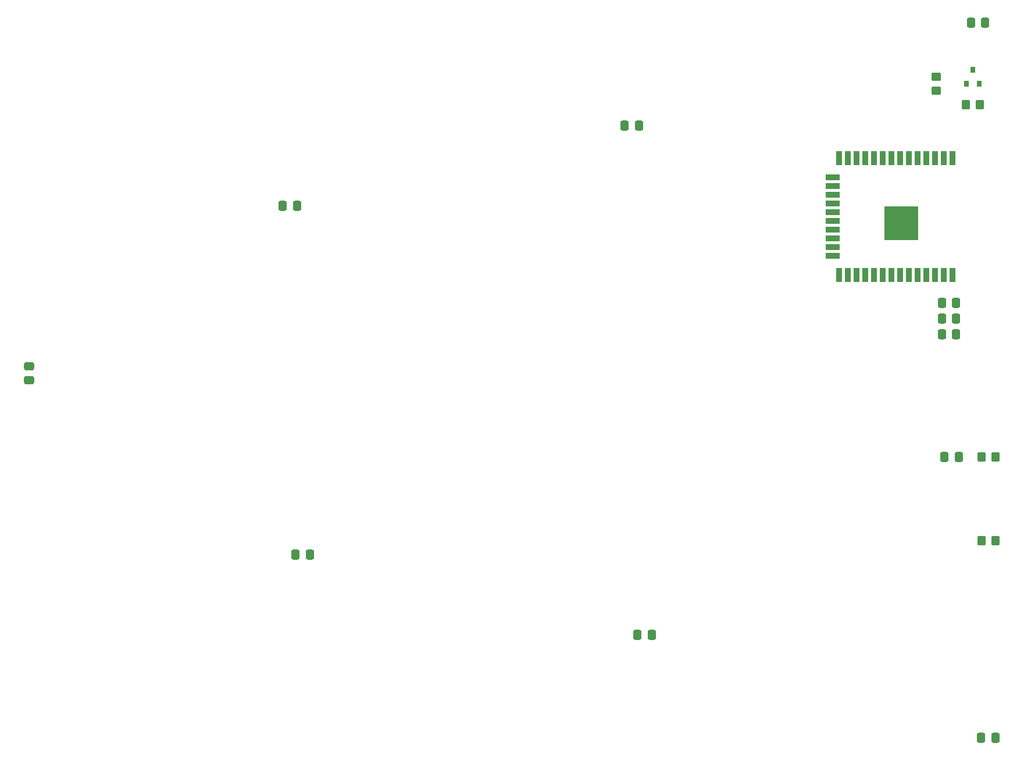
<source format=gbr>
%TF.GenerationSoftware,KiCad,Pcbnew,8.0.5*%
%TF.CreationDate,2024-12-06T23:01:49+01:00*%
%TF.ProjectId,xmasTree,786d6173-5472-4656-952e-6b696361645f,R2*%
%TF.SameCoordinates,Original*%
%TF.FileFunction,Paste,Bot*%
%TF.FilePolarity,Positive*%
%FSLAX46Y46*%
G04 Gerber Fmt 4.6, Leading zero omitted, Abs format (unit mm)*
G04 Created by KiCad (PCBNEW 8.0.5) date 2024-12-06 23:01:49*
%MOMM*%
%LPD*%
G01*
G04 APERTURE LIST*
G04 Aperture macros list*
%AMRoundRect*
0 Rectangle with rounded corners*
0 $1 Rounding radius*
0 $2 $3 $4 $5 $6 $7 $8 $9 X,Y pos of 4 corners*
0 Add a 4 corners polygon primitive as box body*
4,1,4,$2,$3,$4,$5,$6,$7,$8,$9,$2,$3,0*
0 Add four circle primitives for the rounded corners*
1,1,$1+$1,$2,$3*
1,1,$1+$1,$4,$5*
1,1,$1+$1,$6,$7*
1,1,$1+$1,$8,$9*
0 Add four rect primitives between the rounded corners*
20,1,$1+$1,$2,$3,$4,$5,0*
20,1,$1+$1,$4,$5,$6,$7,0*
20,1,$1+$1,$6,$7,$8,$9,0*
20,1,$1+$1,$8,$9,$2,$3,0*%
G04 Aperture macros list end*
%ADD10R,0.900000X2.000000*%
%ADD11R,2.000000X0.900000*%
%ADD12R,5.000000X5.000000*%
%ADD13RoundRect,0.250000X0.450000X-0.350000X0.450000X0.350000X-0.450000X0.350000X-0.450000X-0.350000X0*%
%ADD14RoundRect,0.250000X-0.337500X-0.475000X0.337500X-0.475000X0.337500X0.475000X-0.337500X0.475000X0*%
%ADD15R,0.800000X0.900000*%
%ADD16RoundRect,0.250000X0.337500X0.475000X-0.337500X0.475000X-0.337500X-0.475000X0.337500X-0.475000X0*%
%ADD17RoundRect,0.250000X0.350000X0.450000X-0.350000X0.450000X-0.350000X-0.450000X0.350000X-0.450000X0*%
%ADD18RoundRect,0.250000X0.475000X-0.337500X0.475000X0.337500X-0.475000X0.337500X-0.475000X-0.337500X0*%
G04 APERTURE END LIST*
D10*
%TO.C,U2*%
X215773000Y-63872000D03*
X214503000Y-63872000D03*
X213233000Y-63872000D03*
X211963000Y-63872000D03*
X210693000Y-63872000D03*
X209423000Y-63872000D03*
X208153000Y-63872000D03*
X206883000Y-63872000D03*
X205613000Y-63872000D03*
X204343000Y-63872000D03*
X203073000Y-63872000D03*
X201803000Y-63872000D03*
X200533000Y-63872000D03*
X199263000Y-63872000D03*
D11*
X198263000Y-61087000D03*
X198263000Y-59817000D03*
X198263000Y-58547000D03*
X198263000Y-57277000D03*
X198263000Y-56007000D03*
X198263000Y-54737000D03*
X198263000Y-53467000D03*
X198263000Y-52197000D03*
X198263000Y-50927000D03*
X198263000Y-49657000D03*
D10*
X199263000Y-46872000D03*
X200533000Y-46872000D03*
X201803000Y-46872000D03*
X203073000Y-46872000D03*
X204343000Y-46872000D03*
X205613000Y-46872000D03*
X206883000Y-46872000D03*
X208153000Y-46872000D03*
X209423000Y-46872000D03*
X210693000Y-46872000D03*
X211963000Y-46872000D03*
X213233000Y-46872000D03*
X214503000Y-46872000D03*
X215773000Y-46872000D03*
D12*
X208273000Y-56372000D03*
%TD*%
D13*
%TO.C,R2*%
X213360000Y-37052000D03*
X213360000Y-35052000D03*
%TD*%
D14*
%TO.C,C1*%
X218447800Y-27178000D03*
X220522800Y-27178000D03*
%TD*%
%TO.C,C2*%
X168028800Y-42164000D03*
X170103800Y-42164000D03*
%TD*%
D15*
%TO.C,Q1*%
X219644000Y-36052000D03*
X217744000Y-36052000D03*
X218694000Y-34052000D03*
%TD*%
D16*
%TO.C,C6*%
X122174000Y-104648000D03*
X120099000Y-104648000D03*
%TD*%
%TO.C,C7*%
X171958000Y-116332000D03*
X169883000Y-116332000D03*
%TD*%
%TO.C,C8*%
X221996000Y-131318000D03*
X219921000Y-131318000D03*
%TD*%
D17*
%TO.C,R3*%
X221964000Y-90424000D03*
X219964000Y-90424000D03*
%TD*%
D18*
%TO.C,C4*%
X81330800Y-79240200D03*
X81330800Y-77165200D03*
%TD*%
D16*
%TO.C,C5*%
X216287500Y-70250000D03*
X214212500Y-70250000D03*
%TD*%
D17*
%TO.C,R1*%
X219710000Y-39116000D03*
X217710000Y-39116000D03*
%TD*%
D14*
%TO.C,C3*%
X118244800Y-53848000D03*
X120319800Y-53848000D03*
%TD*%
D17*
%TO.C,R4*%
X221964000Y-102616000D03*
X219964000Y-102616000D03*
%TD*%
D14*
%TO.C,C11*%
X214587000Y-90424000D03*
X216662000Y-90424000D03*
%TD*%
D16*
%TO.C,C13*%
X216287500Y-72500000D03*
X214212500Y-72500000D03*
%TD*%
%TO.C,C12*%
X216287500Y-68000000D03*
X214212500Y-68000000D03*
%TD*%
M02*

</source>
